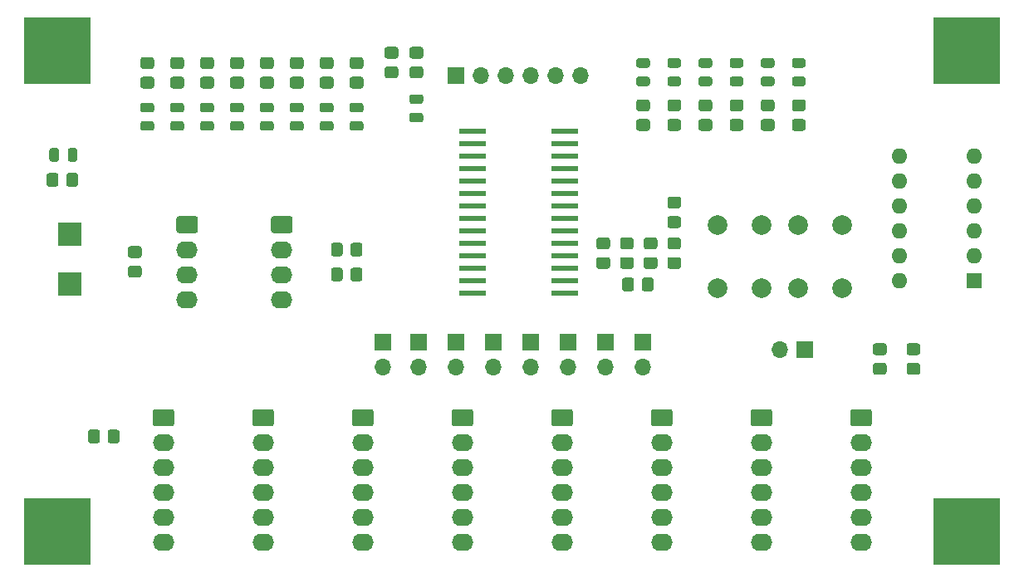
<source format=gbr>
G04 #@! TF.GenerationSoftware,KiCad,Pcbnew,(5.1.9)-1*
G04 #@! TF.CreationDate,2022-03-14T10:23:35-06:00*
G04 #@! TF.ProjectId,SensorBoard,53656e73-6f72-4426-9f61-72642e6b6963,rev?*
G04 #@! TF.SameCoordinates,Original*
G04 #@! TF.FileFunction,Soldermask,Top*
G04 #@! TF.FilePolarity,Negative*
%FSLAX46Y46*%
G04 Gerber Fmt 4.6, Leading zero omitted, Abs format (unit mm)*
G04 Created by KiCad (PCBNEW (5.1.9)-1) date 2022-03-14 10:23:35*
%MOMM*%
%LPD*%
G01*
G04 APERTURE LIST*
%ADD10R,2.794000X0.600000*%
%ADD11O,2.190000X1.740000*%
%ADD12R,2.413000X2.413000*%
%ADD13R,6.756400X6.756400*%
%ADD14R,1.700000X1.700000*%
%ADD15O,1.700000X1.700000*%
%ADD16R,1.600000X1.600000*%
%ADD17O,1.600000X1.600000*%
%ADD18C,2.000000*%
G04 APERTURE END LIST*
G04 #@! TO.C,R24*
G36*
G01*
X152746000Y-113595999D02*
X152746000Y-114496001D01*
G75*
G02*
X152496001Y-114746000I-249999J0D01*
G01*
X151795999Y-114746000D01*
G75*
G02*
X151546000Y-114496001I0J249999D01*
G01*
X151546000Y-113595999D01*
G75*
G02*
X151795999Y-113346000I249999J0D01*
G01*
X152496001Y-113346000D01*
G75*
G02*
X152746000Y-113595999I0J-249999D01*
G01*
G37*
G36*
G01*
X154746000Y-113595999D02*
X154746000Y-114496001D01*
G75*
G02*
X154496001Y-114746000I-249999J0D01*
G01*
X153795999Y-114746000D01*
G75*
G02*
X153546000Y-114496001I0J249999D01*
G01*
X153546000Y-113595999D01*
G75*
G02*
X153795999Y-113346000I249999J0D01*
G01*
X154496001Y-113346000D01*
G75*
G02*
X154746000Y-113595999I0J-249999D01*
G01*
G37*
G04 #@! TD*
G04 #@! TO.C,C5*
G36*
G01*
X152469001Y-110455000D02*
X151568999Y-110455000D01*
G75*
G02*
X151319000Y-110205001I0J249999D01*
G01*
X151319000Y-109504999D01*
G75*
G02*
X151568999Y-109255000I249999J0D01*
G01*
X152469001Y-109255000D01*
G75*
G02*
X152719000Y-109504999I0J-249999D01*
G01*
X152719000Y-110205001D01*
G75*
G02*
X152469001Y-110455000I-249999J0D01*
G01*
G37*
G36*
G01*
X152469001Y-112455000D02*
X151568999Y-112455000D01*
G75*
G02*
X151319000Y-112205001I0J249999D01*
G01*
X151319000Y-111504999D01*
G75*
G02*
X151568999Y-111255000I249999J0D01*
G01*
X152469001Y-111255000D01*
G75*
G02*
X152719000Y-111504999I0J-249999D01*
G01*
X152719000Y-112205001D01*
G75*
G02*
X152469001Y-112455000I-249999J0D01*
G01*
G37*
G04 #@! TD*
D10*
G04 #@! TO.C,U1*
X136270000Y-114935000D03*
X145670000Y-114935000D03*
X136270000Y-113665000D03*
X145670000Y-113665000D03*
X136270000Y-112395000D03*
X145670000Y-112395000D03*
X136270000Y-111125000D03*
X145670000Y-111125000D03*
X136270000Y-109855000D03*
X145670000Y-109855000D03*
X136270000Y-108585000D03*
X145670000Y-108585000D03*
X136270000Y-107315000D03*
X145670000Y-107315000D03*
X136270000Y-106045000D03*
X145670000Y-106045000D03*
X136270000Y-104775000D03*
X145670000Y-104775000D03*
X136270000Y-103505000D03*
X145670000Y-103505000D03*
X136270000Y-102235000D03*
X145670000Y-102235000D03*
X136270000Y-100965000D03*
X145670000Y-100965000D03*
X136270000Y-99695000D03*
X145670000Y-99695000D03*
X136270000Y-98425000D03*
X145670000Y-98425000D03*
G04 #@! TD*
D11*
G04 #@! TO.C,J11*
X165735000Y-140335000D03*
X165735000Y-137795000D03*
X165735000Y-135255000D03*
X165735000Y-132715000D03*
X165735000Y-130175000D03*
G36*
G01*
X164889999Y-126765000D02*
X166580001Y-126765000D01*
G75*
G02*
X166830000Y-127014999I0J-249999D01*
G01*
X166830000Y-128255001D01*
G75*
G02*
X166580001Y-128505000I-249999J0D01*
G01*
X164889999Y-128505000D01*
G75*
G02*
X164640000Y-128255001I0J249999D01*
G01*
X164640000Y-127014999D01*
G75*
G02*
X164889999Y-126765000I249999J0D01*
G01*
G37*
G04 #@! TD*
G04 #@! TO.C,J12*
X175895000Y-140335000D03*
X175895000Y-137795000D03*
X175895000Y-135255000D03*
X175895000Y-132715000D03*
X175895000Y-130175000D03*
G36*
G01*
X175049999Y-126765000D02*
X176740001Y-126765000D01*
G75*
G02*
X176990000Y-127014999I0J-249999D01*
G01*
X176990000Y-128255001D01*
G75*
G02*
X176740001Y-128505000I-249999J0D01*
G01*
X175049999Y-128505000D01*
G75*
G02*
X174800000Y-128255001I0J249999D01*
G01*
X174800000Y-127014999D01*
G75*
G02*
X175049999Y-126765000I249999J0D01*
G01*
G37*
G04 #@! TD*
G04 #@! TO.C,J10*
X155575000Y-140335000D03*
X155575000Y-137795000D03*
X155575000Y-135255000D03*
X155575000Y-132715000D03*
X155575000Y-130175000D03*
G36*
G01*
X154729999Y-126765000D02*
X156420001Y-126765000D01*
G75*
G02*
X156670000Y-127014999I0J-249999D01*
G01*
X156670000Y-128255001D01*
G75*
G02*
X156420001Y-128505000I-249999J0D01*
G01*
X154729999Y-128505000D01*
G75*
G02*
X154480000Y-128255001I0J249999D01*
G01*
X154480000Y-127014999D01*
G75*
G02*
X154729999Y-126765000I249999J0D01*
G01*
G37*
G04 #@! TD*
G04 #@! TO.C,J9*
X145415000Y-140335000D03*
X145415000Y-137795000D03*
X145415000Y-135255000D03*
X145415000Y-132715000D03*
X145415000Y-130175000D03*
G36*
G01*
X144569999Y-126765000D02*
X146260001Y-126765000D01*
G75*
G02*
X146510000Y-127014999I0J-249999D01*
G01*
X146510000Y-128255001D01*
G75*
G02*
X146260001Y-128505000I-249999J0D01*
G01*
X144569999Y-128505000D01*
G75*
G02*
X144320000Y-128255001I0J249999D01*
G01*
X144320000Y-127014999D01*
G75*
G02*
X144569999Y-126765000I249999J0D01*
G01*
G37*
G04 #@! TD*
G04 #@! TO.C,J8*
X135255000Y-140335000D03*
X135255000Y-137795000D03*
X135255000Y-135255000D03*
X135255000Y-132715000D03*
X135255000Y-130175000D03*
G36*
G01*
X134409999Y-126765000D02*
X136100001Y-126765000D01*
G75*
G02*
X136350000Y-127014999I0J-249999D01*
G01*
X136350000Y-128255001D01*
G75*
G02*
X136100001Y-128505000I-249999J0D01*
G01*
X134409999Y-128505000D01*
G75*
G02*
X134160000Y-128255001I0J249999D01*
G01*
X134160000Y-127014999D01*
G75*
G02*
X134409999Y-126765000I249999J0D01*
G01*
G37*
G04 #@! TD*
G04 #@! TO.C,J7*
X125095000Y-140335000D03*
X125095000Y-137795000D03*
X125095000Y-135255000D03*
X125095000Y-132715000D03*
X125095000Y-130175000D03*
G36*
G01*
X124249999Y-126765000D02*
X125940001Y-126765000D01*
G75*
G02*
X126190000Y-127014999I0J-249999D01*
G01*
X126190000Y-128255001D01*
G75*
G02*
X125940001Y-128505000I-249999J0D01*
G01*
X124249999Y-128505000D01*
G75*
G02*
X124000000Y-128255001I0J249999D01*
G01*
X124000000Y-127014999D01*
G75*
G02*
X124249999Y-126765000I249999J0D01*
G01*
G37*
G04 #@! TD*
G04 #@! TO.C,J6*
X114935000Y-140335000D03*
X114935000Y-137795000D03*
X114935000Y-135255000D03*
X114935000Y-132715000D03*
X114935000Y-130175000D03*
G36*
G01*
X114089999Y-126765000D02*
X115780001Y-126765000D01*
G75*
G02*
X116030000Y-127014999I0J-249999D01*
G01*
X116030000Y-128255001D01*
G75*
G02*
X115780001Y-128505000I-249999J0D01*
G01*
X114089999Y-128505000D01*
G75*
G02*
X113840000Y-128255001I0J249999D01*
G01*
X113840000Y-127014999D01*
G75*
G02*
X114089999Y-126765000I249999J0D01*
G01*
G37*
G04 #@! TD*
G04 #@! TO.C,J5*
X104775000Y-140335000D03*
X104775000Y-137795000D03*
X104775000Y-135255000D03*
X104775000Y-132715000D03*
X104775000Y-130175000D03*
G36*
G01*
X103929999Y-126765000D02*
X105620001Y-126765000D01*
G75*
G02*
X105870000Y-127014999I0J-249999D01*
G01*
X105870000Y-128255001D01*
G75*
G02*
X105620001Y-128505000I-249999J0D01*
G01*
X103929999Y-128505000D01*
G75*
G02*
X103680000Y-128255001I0J249999D01*
G01*
X103680000Y-127014999D01*
G75*
G02*
X103929999Y-126765000I249999J0D01*
G01*
G37*
G04 #@! TD*
D12*
G04 #@! TO.C,J1*
X95250000Y-114000000D03*
X95250000Y-108920000D03*
G04 #@! TD*
G04 #@! TO.C,D1*
G36*
G01*
X95016500Y-101294250D02*
X95016500Y-100381750D01*
G75*
G02*
X95260250Y-100138000I243750J0D01*
G01*
X95747750Y-100138000D01*
G75*
G02*
X95991500Y-100381750I0J-243750D01*
G01*
X95991500Y-101294250D01*
G75*
G02*
X95747750Y-101538000I-243750J0D01*
G01*
X95260250Y-101538000D01*
G75*
G02*
X95016500Y-101294250I0J243750D01*
G01*
G37*
G36*
G01*
X93141500Y-101294250D02*
X93141500Y-100381750D01*
G75*
G02*
X93385250Y-100138000I243750J0D01*
G01*
X93872750Y-100138000D01*
G75*
G02*
X94116500Y-100381750I0J-243750D01*
G01*
X94116500Y-101294250D01*
G75*
G02*
X93872750Y-101538000I-243750J0D01*
G01*
X93385250Y-101538000D01*
G75*
G02*
X93141500Y-101294250I0J243750D01*
G01*
G37*
G04 #@! TD*
G04 #@! TO.C,C2*
G36*
G01*
X156394999Y-107096000D02*
X157295001Y-107096000D01*
G75*
G02*
X157545000Y-107345999I0J-249999D01*
G01*
X157545000Y-108046001D01*
G75*
G02*
X157295001Y-108296000I-249999J0D01*
G01*
X156394999Y-108296000D01*
G75*
G02*
X156145000Y-108046001I0J249999D01*
G01*
X156145000Y-107345999D01*
G75*
G02*
X156394999Y-107096000I249999J0D01*
G01*
G37*
G36*
G01*
X156394999Y-105096000D02*
X157295001Y-105096000D01*
G75*
G02*
X157545000Y-105345999I0J-249999D01*
G01*
X157545000Y-106046001D01*
G75*
G02*
X157295001Y-106296000I-249999J0D01*
G01*
X156394999Y-106296000D01*
G75*
G02*
X156145000Y-106046001I0J249999D01*
G01*
X156145000Y-105345999D01*
G75*
G02*
X156394999Y-105096000I249999J0D01*
G01*
G37*
G04 #@! TD*
D13*
G04 #@! TO.C,REF\u002A\u002A*
X186690000Y-139192000D03*
G04 #@! TD*
G04 #@! TO.C,REF\u002A\u002A*
X93980000Y-139192000D03*
G04 #@! TD*
G04 #@! TO.C,REF\u002A\u002A*
X93980000Y-90170000D03*
G04 #@! TD*
G04 #@! TO.C,REF\u002A\u002A*
X186690000Y-90170000D03*
G04 #@! TD*
G04 #@! TO.C,C1*
G36*
G01*
X101403999Y-112144000D02*
X102304001Y-112144000D01*
G75*
G02*
X102554000Y-112393999I0J-249999D01*
G01*
X102554000Y-113094001D01*
G75*
G02*
X102304001Y-113344000I-249999J0D01*
G01*
X101403999Y-113344000D01*
G75*
G02*
X101154000Y-113094001I0J249999D01*
G01*
X101154000Y-112393999D01*
G75*
G02*
X101403999Y-112144000I249999J0D01*
G01*
G37*
G36*
G01*
X101403999Y-110144000D02*
X102304001Y-110144000D01*
G75*
G02*
X102554000Y-110393999I0J-249999D01*
G01*
X102554000Y-111094001D01*
G75*
G02*
X102304001Y-111344000I-249999J0D01*
G01*
X101403999Y-111344000D01*
G75*
G02*
X101154000Y-111094001I0J249999D01*
G01*
X101154000Y-110393999D01*
G75*
G02*
X101403999Y-110144000I249999J0D01*
G01*
G37*
G04 #@! TD*
G04 #@! TO.C,C3*
G36*
G01*
X128466001Y-91024000D02*
X127565999Y-91024000D01*
G75*
G02*
X127316000Y-90774001I0J249999D01*
G01*
X127316000Y-90073999D01*
G75*
G02*
X127565999Y-89824000I249999J0D01*
G01*
X128466001Y-89824000D01*
G75*
G02*
X128716000Y-90073999I0J-249999D01*
G01*
X128716000Y-90774001D01*
G75*
G02*
X128466001Y-91024000I-249999J0D01*
G01*
G37*
G36*
G01*
X128466001Y-93024000D02*
X127565999Y-93024000D01*
G75*
G02*
X127316000Y-92774001I0J249999D01*
G01*
X127316000Y-92073999D01*
G75*
G02*
X127565999Y-91824000I249999J0D01*
G01*
X128466001Y-91824000D01*
G75*
G02*
X128716000Y-92073999I0J-249999D01*
G01*
X128716000Y-92774001D01*
G75*
G02*
X128466001Y-93024000I-249999J0D01*
G01*
G37*
G04 #@! TD*
G04 #@! TO.C,C4*
G36*
G01*
X100295000Y-129089999D02*
X100295000Y-129990001D01*
G75*
G02*
X100045001Y-130240000I-249999J0D01*
G01*
X99344999Y-130240000D01*
G75*
G02*
X99095000Y-129990001I0J249999D01*
G01*
X99095000Y-129089999D01*
G75*
G02*
X99344999Y-128840000I249999J0D01*
G01*
X100045001Y-128840000D01*
G75*
G02*
X100295000Y-129089999I0J-249999D01*
G01*
G37*
G36*
G01*
X98295000Y-129089999D02*
X98295000Y-129990001D01*
G75*
G02*
X98045001Y-130240000I-249999J0D01*
G01*
X97344999Y-130240000D01*
G75*
G02*
X97095000Y-129990001I0J249999D01*
G01*
X97095000Y-129089999D01*
G75*
G02*
X97344999Y-128840000I249999J0D01*
G01*
X98045001Y-128840000D01*
G75*
G02*
X98295000Y-129089999I0J-249999D01*
G01*
G37*
G04 #@! TD*
G04 #@! TO.C,D2*
G36*
G01*
X170001250Y-93832500D02*
X169088750Y-93832500D01*
G75*
G02*
X168845000Y-93588750I0J243750D01*
G01*
X168845000Y-93101250D01*
G75*
G02*
X169088750Y-92857500I243750J0D01*
G01*
X170001250Y-92857500D01*
G75*
G02*
X170245000Y-93101250I0J-243750D01*
G01*
X170245000Y-93588750D01*
G75*
G02*
X170001250Y-93832500I-243750J0D01*
G01*
G37*
G36*
G01*
X170001250Y-91957500D02*
X169088750Y-91957500D01*
G75*
G02*
X168845000Y-91713750I0J243750D01*
G01*
X168845000Y-91226250D01*
G75*
G02*
X169088750Y-90982500I243750J0D01*
G01*
X170001250Y-90982500D01*
G75*
G02*
X170245000Y-91226250I0J-243750D01*
G01*
X170245000Y-91713750D01*
G75*
G02*
X170001250Y-91957500I-243750J0D01*
G01*
G37*
G04 #@! TD*
G04 #@! TO.C,D3*
G36*
G01*
X166826250Y-93832500D02*
X165913750Y-93832500D01*
G75*
G02*
X165670000Y-93588750I0J243750D01*
G01*
X165670000Y-93101250D01*
G75*
G02*
X165913750Y-92857500I243750J0D01*
G01*
X166826250Y-92857500D01*
G75*
G02*
X167070000Y-93101250I0J-243750D01*
G01*
X167070000Y-93588750D01*
G75*
G02*
X166826250Y-93832500I-243750J0D01*
G01*
G37*
G36*
G01*
X166826250Y-91957500D02*
X165913750Y-91957500D01*
G75*
G02*
X165670000Y-91713750I0J243750D01*
G01*
X165670000Y-91226250D01*
G75*
G02*
X165913750Y-90982500I243750J0D01*
G01*
X166826250Y-90982500D01*
G75*
G02*
X167070000Y-91226250I0J-243750D01*
G01*
X167070000Y-91713750D01*
G75*
G02*
X166826250Y-91957500I-243750J0D01*
G01*
G37*
G04 #@! TD*
G04 #@! TO.C,D4*
G36*
G01*
X163651250Y-93832500D02*
X162738750Y-93832500D01*
G75*
G02*
X162495000Y-93588750I0J243750D01*
G01*
X162495000Y-93101250D01*
G75*
G02*
X162738750Y-92857500I243750J0D01*
G01*
X163651250Y-92857500D01*
G75*
G02*
X163895000Y-93101250I0J-243750D01*
G01*
X163895000Y-93588750D01*
G75*
G02*
X163651250Y-93832500I-243750J0D01*
G01*
G37*
G36*
G01*
X163651250Y-91957500D02*
X162738750Y-91957500D01*
G75*
G02*
X162495000Y-91713750I0J243750D01*
G01*
X162495000Y-91226250D01*
G75*
G02*
X162738750Y-90982500I243750J0D01*
G01*
X163651250Y-90982500D01*
G75*
G02*
X163895000Y-91226250I0J-243750D01*
G01*
X163895000Y-91713750D01*
G75*
G02*
X163651250Y-91957500I-243750J0D01*
G01*
G37*
G04 #@! TD*
G04 #@! TO.C,D5*
G36*
G01*
X160476250Y-91957500D02*
X159563750Y-91957500D01*
G75*
G02*
X159320000Y-91713750I0J243750D01*
G01*
X159320000Y-91226250D01*
G75*
G02*
X159563750Y-90982500I243750J0D01*
G01*
X160476250Y-90982500D01*
G75*
G02*
X160720000Y-91226250I0J-243750D01*
G01*
X160720000Y-91713750D01*
G75*
G02*
X160476250Y-91957500I-243750J0D01*
G01*
G37*
G36*
G01*
X160476250Y-93832500D02*
X159563750Y-93832500D01*
G75*
G02*
X159320000Y-93588750I0J243750D01*
G01*
X159320000Y-93101250D01*
G75*
G02*
X159563750Y-92857500I243750J0D01*
G01*
X160476250Y-92857500D01*
G75*
G02*
X160720000Y-93101250I0J-243750D01*
G01*
X160720000Y-93588750D01*
G75*
G02*
X160476250Y-93832500I-243750J0D01*
G01*
G37*
G04 #@! TD*
G04 #@! TO.C,D6*
G36*
G01*
X157301250Y-93832500D02*
X156388750Y-93832500D01*
G75*
G02*
X156145000Y-93588750I0J243750D01*
G01*
X156145000Y-93101250D01*
G75*
G02*
X156388750Y-92857500I243750J0D01*
G01*
X157301250Y-92857500D01*
G75*
G02*
X157545000Y-93101250I0J-243750D01*
G01*
X157545000Y-93588750D01*
G75*
G02*
X157301250Y-93832500I-243750J0D01*
G01*
G37*
G36*
G01*
X157301250Y-91957500D02*
X156388750Y-91957500D01*
G75*
G02*
X156145000Y-91713750I0J243750D01*
G01*
X156145000Y-91226250D01*
G75*
G02*
X156388750Y-90982500I243750J0D01*
G01*
X157301250Y-90982500D01*
G75*
G02*
X157545000Y-91226250I0J-243750D01*
G01*
X157545000Y-91713750D01*
G75*
G02*
X157301250Y-91957500I-243750J0D01*
G01*
G37*
G04 #@! TD*
G04 #@! TO.C,D7*
G36*
G01*
X154126250Y-91957500D02*
X153213750Y-91957500D01*
G75*
G02*
X152970000Y-91713750I0J243750D01*
G01*
X152970000Y-91226250D01*
G75*
G02*
X153213750Y-90982500I243750J0D01*
G01*
X154126250Y-90982500D01*
G75*
G02*
X154370000Y-91226250I0J-243750D01*
G01*
X154370000Y-91713750D01*
G75*
G02*
X154126250Y-91957500I-243750J0D01*
G01*
G37*
G36*
G01*
X154126250Y-93832500D02*
X153213750Y-93832500D01*
G75*
G02*
X152970000Y-93588750I0J243750D01*
G01*
X152970000Y-93101250D01*
G75*
G02*
X153213750Y-92857500I243750J0D01*
G01*
X154126250Y-92857500D01*
G75*
G02*
X154370000Y-93101250I0J-243750D01*
G01*
X154370000Y-93588750D01*
G75*
G02*
X154126250Y-93832500I-243750J0D01*
G01*
G37*
G04 #@! TD*
G04 #@! TO.C,D8*
G36*
G01*
X131012250Y-97515500D02*
X130099750Y-97515500D01*
G75*
G02*
X129856000Y-97271750I0J243750D01*
G01*
X129856000Y-96784250D01*
G75*
G02*
X130099750Y-96540500I243750J0D01*
G01*
X131012250Y-96540500D01*
G75*
G02*
X131256000Y-96784250I0J-243750D01*
G01*
X131256000Y-97271750D01*
G75*
G02*
X131012250Y-97515500I-243750J0D01*
G01*
G37*
G36*
G01*
X131012250Y-95640500D02*
X130099750Y-95640500D01*
G75*
G02*
X129856000Y-95396750I0J243750D01*
G01*
X129856000Y-94909250D01*
G75*
G02*
X130099750Y-94665500I243750J0D01*
G01*
X131012250Y-94665500D01*
G75*
G02*
X131256000Y-94909250I0J-243750D01*
G01*
X131256000Y-95396750D01*
G75*
G02*
X131012250Y-95640500I-243750J0D01*
G01*
G37*
G04 #@! TD*
G04 #@! TO.C,D9*
G36*
G01*
X124003750Y-95524500D02*
X124916250Y-95524500D01*
G75*
G02*
X125160000Y-95768250I0J-243750D01*
G01*
X125160000Y-96255750D01*
G75*
G02*
X124916250Y-96499500I-243750J0D01*
G01*
X124003750Y-96499500D01*
G75*
G02*
X123760000Y-96255750I0J243750D01*
G01*
X123760000Y-95768250D01*
G75*
G02*
X124003750Y-95524500I243750J0D01*
G01*
G37*
G36*
G01*
X124003750Y-97399500D02*
X124916250Y-97399500D01*
G75*
G02*
X125160000Y-97643250I0J-243750D01*
G01*
X125160000Y-98130750D01*
G75*
G02*
X124916250Y-98374500I-243750J0D01*
G01*
X124003750Y-98374500D01*
G75*
G02*
X123760000Y-98130750I0J243750D01*
G01*
X123760000Y-97643250D01*
G75*
G02*
X124003750Y-97399500I243750J0D01*
G01*
G37*
G04 #@! TD*
G04 #@! TO.C,D10*
G36*
G01*
X120955750Y-97399500D02*
X121868250Y-97399500D01*
G75*
G02*
X122112000Y-97643250I0J-243750D01*
G01*
X122112000Y-98130750D01*
G75*
G02*
X121868250Y-98374500I-243750J0D01*
G01*
X120955750Y-98374500D01*
G75*
G02*
X120712000Y-98130750I0J243750D01*
G01*
X120712000Y-97643250D01*
G75*
G02*
X120955750Y-97399500I243750J0D01*
G01*
G37*
G36*
G01*
X120955750Y-95524500D02*
X121868250Y-95524500D01*
G75*
G02*
X122112000Y-95768250I0J-243750D01*
G01*
X122112000Y-96255750D01*
G75*
G02*
X121868250Y-96499500I-243750J0D01*
G01*
X120955750Y-96499500D01*
G75*
G02*
X120712000Y-96255750I0J243750D01*
G01*
X120712000Y-95768250D01*
G75*
G02*
X120955750Y-95524500I243750J0D01*
G01*
G37*
G04 #@! TD*
G04 #@! TO.C,D11*
G36*
G01*
X117907750Y-95524500D02*
X118820250Y-95524500D01*
G75*
G02*
X119064000Y-95768250I0J-243750D01*
G01*
X119064000Y-96255750D01*
G75*
G02*
X118820250Y-96499500I-243750J0D01*
G01*
X117907750Y-96499500D01*
G75*
G02*
X117664000Y-96255750I0J243750D01*
G01*
X117664000Y-95768250D01*
G75*
G02*
X117907750Y-95524500I243750J0D01*
G01*
G37*
G36*
G01*
X117907750Y-97399500D02*
X118820250Y-97399500D01*
G75*
G02*
X119064000Y-97643250I0J-243750D01*
G01*
X119064000Y-98130750D01*
G75*
G02*
X118820250Y-98374500I-243750J0D01*
G01*
X117907750Y-98374500D01*
G75*
G02*
X117664000Y-98130750I0J243750D01*
G01*
X117664000Y-97643250D01*
G75*
G02*
X117907750Y-97399500I243750J0D01*
G01*
G37*
G04 #@! TD*
G04 #@! TO.C,D12*
G36*
G01*
X114859750Y-97399500D02*
X115772250Y-97399500D01*
G75*
G02*
X116016000Y-97643250I0J-243750D01*
G01*
X116016000Y-98130750D01*
G75*
G02*
X115772250Y-98374500I-243750J0D01*
G01*
X114859750Y-98374500D01*
G75*
G02*
X114616000Y-98130750I0J243750D01*
G01*
X114616000Y-97643250D01*
G75*
G02*
X114859750Y-97399500I243750J0D01*
G01*
G37*
G36*
G01*
X114859750Y-95524500D02*
X115772250Y-95524500D01*
G75*
G02*
X116016000Y-95768250I0J-243750D01*
G01*
X116016000Y-96255750D01*
G75*
G02*
X115772250Y-96499500I-243750J0D01*
G01*
X114859750Y-96499500D01*
G75*
G02*
X114616000Y-96255750I0J243750D01*
G01*
X114616000Y-95768250D01*
G75*
G02*
X114859750Y-95524500I243750J0D01*
G01*
G37*
G04 #@! TD*
G04 #@! TO.C,D13*
G36*
G01*
X111811750Y-97399500D02*
X112724250Y-97399500D01*
G75*
G02*
X112968000Y-97643250I0J-243750D01*
G01*
X112968000Y-98130750D01*
G75*
G02*
X112724250Y-98374500I-243750J0D01*
G01*
X111811750Y-98374500D01*
G75*
G02*
X111568000Y-98130750I0J243750D01*
G01*
X111568000Y-97643250D01*
G75*
G02*
X111811750Y-97399500I243750J0D01*
G01*
G37*
G36*
G01*
X111811750Y-95524500D02*
X112724250Y-95524500D01*
G75*
G02*
X112968000Y-95768250I0J-243750D01*
G01*
X112968000Y-96255750D01*
G75*
G02*
X112724250Y-96499500I-243750J0D01*
G01*
X111811750Y-96499500D01*
G75*
G02*
X111568000Y-96255750I0J243750D01*
G01*
X111568000Y-95768250D01*
G75*
G02*
X111811750Y-95524500I243750J0D01*
G01*
G37*
G04 #@! TD*
G04 #@! TO.C,D14*
G36*
G01*
X108763750Y-97399500D02*
X109676250Y-97399500D01*
G75*
G02*
X109920000Y-97643250I0J-243750D01*
G01*
X109920000Y-98130750D01*
G75*
G02*
X109676250Y-98374500I-243750J0D01*
G01*
X108763750Y-98374500D01*
G75*
G02*
X108520000Y-98130750I0J243750D01*
G01*
X108520000Y-97643250D01*
G75*
G02*
X108763750Y-97399500I243750J0D01*
G01*
G37*
G36*
G01*
X108763750Y-95524500D02*
X109676250Y-95524500D01*
G75*
G02*
X109920000Y-95768250I0J-243750D01*
G01*
X109920000Y-96255750D01*
G75*
G02*
X109676250Y-96499500I-243750J0D01*
G01*
X108763750Y-96499500D01*
G75*
G02*
X108520000Y-96255750I0J243750D01*
G01*
X108520000Y-95768250D01*
G75*
G02*
X108763750Y-95524500I243750J0D01*
G01*
G37*
G04 #@! TD*
G04 #@! TO.C,D15*
G36*
G01*
X105715750Y-97399500D02*
X106628250Y-97399500D01*
G75*
G02*
X106872000Y-97643250I0J-243750D01*
G01*
X106872000Y-98130750D01*
G75*
G02*
X106628250Y-98374500I-243750J0D01*
G01*
X105715750Y-98374500D01*
G75*
G02*
X105472000Y-98130750I0J243750D01*
G01*
X105472000Y-97643250D01*
G75*
G02*
X105715750Y-97399500I243750J0D01*
G01*
G37*
G36*
G01*
X105715750Y-95524500D02*
X106628250Y-95524500D01*
G75*
G02*
X106872000Y-95768250I0J-243750D01*
G01*
X106872000Y-96255750D01*
G75*
G02*
X106628250Y-96499500I-243750J0D01*
G01*
X105715750Y-96499500D01*
G75*
G02*
X105472000Y-96255750I0J243750D01*
G01*
X105472000Y-95768250D01*
G75*
G02*
X105715750Y-95524500I243750J0D01*
G01*
G37*
G04 #@! TD*
G04 #@! TO.C,D16*
G36*
G01*
X102667750Y-95524500D02*
X103580250Y-95524500D01*
G75*
G02*
X103824000Y-95768250I0J-243750D01*
G01*
X103824000Y-96255750D01*
G75*
G02*
X103580250Y-96499500I-243750J0D01*
G01*
X102667750Y-96499500D01*
G75*
G02*
X102424000Y-96255750I0J243750D01*
G01*
X102424000Y-95768250D01*
G75*
G02*
X102667750Y-95524500I243750J0D01*
G01*
G37*
G36*
G01*
X102667750Y-97399500D02*
X103580250Y-97399500D01*
G75*
G02*
X103824000Y-97643250I0J-243750D01*
G01*
X103824000Y-98130750D01*
G75*
G02*
X103580250Y-98374500I-243750J0D01*
G01*
X102667750Y-98374500D01*
G75*
G02*
X102424000Y-98130750I0J243750D01*
G01*
X102424000Y-97643250D01*
G75*
G02*
X102667750Y-97399500I243750J0D01*
G01*
G37*
G04 #@! TD*
D11*
G04 #@! TO.C,J2*
X107188000Y-115570000D03*
X107188000Y-113030000D03*
X107188000Y-110490000D03*
G36*
G01*
X106342999Y-107080000D02*
X108033001Y-107080000D01*
G75*
G02*
X108283000Y-107329999I0J-249999D01*
G01*
X108283000Y-108570001D01*
G75*
G02*
X108033001Y-108820000I-249999J0D01*
G01*
X106342999Y-108820000D01*
G75*
G02*
X106093000Y-108570001I0J249999D01*
G01*
X106093000Y-107329999D01*
G75*
G02*
X106342999Y-107080000I249999J0D01*
G01*
G37*
G04 #@! TD*
D14*
G04 #@! TO.C,J3*
X134620000Y-92710000D03*
D15*
X137160000Y-92710000D03*
X139700000Y-92710000D03*
X142240000Y-92710000D03*
X144780000Y-92710000D03*
X147320000Y-92710000D03*
G04 #@! TD*
G04 #@! TO.C,J4*
G36*
G01*
X115994999Y-107080000D02*
X117685001Y-107080000D01*
G75*
G02*
X117935000Y-107329999I0J-249999D01*
G01*
X117935000Y-108570001D01*
G75*
G02*
X117685001Y-108820000I-249999J0D01*
G01*
X115994999Y-108820000D01*
G75*
G02*
X115745000Y-108570001I0J249999D01*
G01*
X115745000Y-107329999D01*
G75*
G02*
X115994999Y-107080000I249999J0D01*
G01*
G37*
D11*
X116840000Y-110490000D03*
X116840000Y-113030000D03*
X116840000Y-115570000D03*
G04 #@! TD*
D14*
G04 #@! TO.C,JP1*
X170180000Y-120650000D03*
D15*
X167640000Y-120650000D03*
G04 #@! TD*
D14*
G04 #@! TO.C,JP2*
X127127000Y-119888000D03*
D15*
X127127000Y-122428000D03*
G04 #@! TD*
G04 #@! TO.C,JP3*
X130810000Y-122428000D03*
D14*
X130810000Y-119888000D03*
G04 #@! TD*
G04 #@! TO.C,JP4*
X134620000Y-119888000D03*
D15*
X134620000Y-122428000D03*
G04 #@! TD*
D14*
G04 #@! TO.C,JP5*
X138430000Y-119888000D03*
D15*
X138430000Y-122428000D03*
G04 #@! TD*
G04 #@! TO.C,JP6*
X142240000Y-122428000D03*
D14*
X142240000Y-119888000D03*
G04 #@! TD*
D15*
G04 #@! TO.C,JP7*
X146050000Y-122428000D03*
D14*
X146050000Y-119888000D03*
G04 #@! TD*
D15*
G04 #@! TO.C,JP8*
X149860000Y-122428000D03*
D14*
X149860000Y-119888000D03*
G04 #@! TD*
D15*
G04 #@! TO.C,JP9*
X153670000Y-122428000D03*
D14*
X153670000Y-119888000D03*
G04 #@! TD*
G04 #@! TO.C,R1*
G36*
G01*
X92872000Y-103828001D02*
X92872000Y-102927999D01*
G75*
G02*
X93121999Y-102678000I249999J0D01*
G01*
X93822001Y-102678000D01*
G75*
G02*
X94072000Y-102927999I0J-249999D01*
G01*
X94072000Y-103828001D01*
G75*
G02*
X93822001Y-104078000I-249999J0D01*
G01*
X93121999Y-104078000D01*
G75*
G02*
X92872000Y-103828001I0J249999D01*
G01*
G37*
G36*
G01*
X94872000Y-103828001D02*
X94872000Y-102927999D01*
G75*
G02*
X95121999Y-102678000I249999J0D01*
G01*
X95822001Y-102678000D01*
G75*
G02*
X96072000Y-102927999I0J-249999D01*
G01*
X96072000Y-103828001D01*
G75*
G02*
X95822001Y-104078000I-249999J0D01*
G01*
X95121999Y-104078000D01*
G75*
G02*
X94872000Y-103828001I0J249999D01*
G01*
G37*
G04 #@! TD*
G04 #@! TO.C,R2*
G36*
G01*
X130105999Y-89824000D02*
X131006001Y-89824000D01*
G75*
G02*
X131256000Y-90073999I0J-249999D01*
G01*
X131256000Y-90774001D01*
G75*
G02*
X131006001Y-91024000I-249999J0D01*
G01*
X130105999Y-91024000D01*
G75*
G02*
X129856000Y-90774001I0J249999D01*
G01*
X129856000Y-90073999D01*
G75*
G02*
X130105999Y-89824000I249999J0D01*
G01*
G37*
G36*
G01*
X130105999Y-91824000D02*
X131006001Y-91824000D01*
G75*
G02*
X131256000Y-92073999I0J-249999D01*
G01*
X131256000Y-92774001D01*
G75*
G02*
X131006001Y-93024000I-249999J0D01*
G01*
X130105999Y-93024000D01*
G75*
G02*
X129856000Y-92774001I0J249999D01*
G01*
X129856000Y-92073999D01*
G75*
G02*
X130105999Y-91824000I249999J0D01*
G01*
G37*
G04 #@! TD*
G04 #@! TO.C,R3*
G36*
G01*
X125060000Y-110039999D02*
X125060000Y-110940001D01*
G75*
G02*
X124810001Y-111190000I-249999J0D01*
G01*
X124109999Y-111190000D01*
G75*
G02*
X123860000Y-110940001I0J249999D01*
G01*
X123860000Y-110039999D01*
G75*
G02*
X124109999Y-109790000I249999J0D01*
G01*
X124810001Y-109790000D01*
G75*
G02*
X125060000Y-110039999I0J-249999D01*
G01*
G37*
G36*
G01*
X123060000Y-110039999D02*
X123060000Y-110940001D01*
G75*
G02*
X122810001Y-111190000I-249999J0D01*
G01*
X122109999Y-111190000D01*
G75*
G02*
X121860000Y-110940001I0J249999D01*
G01*
X121860000Y-110039999D01*
G75*
G02*
X122109999Y-109790000I249999J0D01*
G01*
X122810001Y-109790000D01*
G75*
G02*
X123060000Y-110039999I0J-249999D01*
G01*
G37*
G04 #@! TD*
G04 #@! TO.C,R4*
G36*
G01*
X123060000Y-112579999D02*
X123060000Y-113480001D01*
G75*
G02*
X122810001Y-113730000I-249999J0D01*
G01*
X122109999Y-113730000D01*
G75*
G02*
X121860000Y-113480001I0J249999D01*
G01*
X121860000Y-112579999D01*
G75*
G02*
X122109999Y-112330000I249999J0D01*
G01*
X122810001Y-112330000D01*
G75*
G02*
X123060000Y-112579999I0J-249999D01*
G01*
G37*
G36*
G01*
X125060000Y-112579999D02*
X125060000Y-113480001D01*
G75*
G02*
X124810001Y-113730000I-249999J0D01*
G01*
X124109999Y-113730000D01*
G75*
G02*
X123860000Y-113480001I0J249999D01*
G01*
X123860000Y-112579999D01*
G75*
G02*
X124109999Y-112330000I249999J0D01*
G01*
X124810001Y-112330000D01*
G75*
G02*
X125060000Y-112579999I0J-249999D01*
G01*
G37*
G04 #@! TD*
G04 #@! TO.C,R5*
G36*
G01*
X169094999Y-95190000D02*
X169995001Y-95190000D01*
G75*
G02*
X170245000Y-95439999I0J-249999D01*
G01*
X170245000Y-96140001D01*
G75*
G02*
X169995001Y-96390000I-249999J0D01*
G01*
X169094999Y-96390000D01*
G75*
G02*
X168845000Y-96140001I0J249999D01*
G01*
X168845000Y-95439999D01*
G75*
G02*
X169094999Y-95190000I249999J0D01*
G01*
G37*
G36*
G01*
X169094999Y-97190000D02*
X169995001Y-97190000D01*
G75*
G02*
X170245000Y-97439999I0J-249999D01*
G01*
X170245000Y-98140001D01*
G75*
G02*
X169995001Y-98390000I-249999J0D01*
G01*
X169094999Y-98390000D01*
G75*
G02*
X168845000Y-98140001I0J249999D01*
G01*
X168845000Y-97439999D01*
G75*
G02*
X169094999Y-97190000I249999J0D01*
G01*
G37*
G04 #@! TD*
G04 #@! TO.C,R6*
G36*
G01*
X165919999Y-97190000D02*
X166820001Y-97190000D01*
G75*
G02*
X167070000Y-97439999I0J-249999D01*
G01*
X167070000Y-98140001D01*
G75*
G02*
X166820001Y-98390000I-249999J0D01*
G01*
X165919999Y-98390000D01*
G75*
G02*
X165670000Y-98140001I0J249999D01*
G01*
X165670000Y-97439999D01*
G75*
G02*
X165919999Y-97190000I249999J0D01*
G01*
G37*
G36*
G01*
X165919999Y-95190000D02*
X166820001Y-95190000D01*
G75*
G02*
X167070000Y-95439999I0J-249999D01*
G01*
X167070000Y-96140001D01*
G75*
G02*
X166820001Y-96390000I-249999J0D01*
G01*
X165919999Y-96390000D01*
G75*
G02*
X165670000Y-96140001I0J249999D01*
G01*
X165670000Y-95439999D01*
G75*
G02*
X165919999Y-95190000I249999J0D01*
G01*
G37*
G04 #@! TD*
G04 #@! TO.C,R7*
G36*
G01*
X162744999Y-95190000D02*
X163645001Y-95190000D01*
G75*
G02*
X163895000Y-95439999I0J-249999D01*
G01*
X163895000Y-96140001D01*
G75*
G02*
X163645001Y-96390000I-249999J0D01*
G01*
X162744999Y-96390000D01*
G75*
G02*
X162495000Y-96140001I0J249999D01*
G01*
X162495000Y-95439999D01*
G75*
G02*
X162744999Y-95190000I249999J0D01*
G01*
G37*
G36*
G01*
X162744999Y-97190000D02*
X163645001Y-97190000D01*
G75*
G02*
X163895000Y-97439999I0J-249999D01*
G01*
X163895000Y-98140001D01*
G75*
G02*
X163645001Y-98390000I-249999J0D01*
G01*
X162744999Y-98390000D01*
G75*
G02*
X162495000Y-98140001I0J249999D01*
G01*
X162495000Y-97439999D01*
G75*
G02*
X162744999Y-97190000I249999J0D01*
G01*
G37*
G04 #@! TD*
G04 #@! TO.C,R8*
G36*
G01*
X159569999Y-97190000D02*
X160470001Y-97190000D01*
G75*
G02*
X160720000Y-97439999I0J-249999D01*
G01*
X160720000Y-98140001D01*
G75*
G02*
X160470001Y-98390000I-249999J0D01*
G01*
X159569999Y-98390000D01*
G75*
G02*
X159320000Y-98140001I0J249999D01*
G01*
X159320000Y-97439999D01*
G75*
G02*
X159569999Y-97190000I249999J0D01*
G01*
G37*
G36*
G01*
X159569999Y-95190000D02*
X160470001Y-95190000D01*
G75*
G02*
X160720000Y-95439999I0J-249999D01*
G01*
X160720000Y-96140001D01*
G75*
G02*
X160470001Y-96390000I-249999J0D01*
G01*
X159569999Y-96390000D01*
G75*
G02*
X159320000Y-96140001I0J249999D01*
G01*
X159320000Y-95439999D01*
G75*
G02*
X159569999Y-95190000I249999J0D01*
G01*
G37*
G04 #@! TD*
G04 #@! TO.C,R9*
G36*
G01*
X156394999Y-95190000D02*
X157295001Y-95190000D01*
G75*
G02*
X157545000Y-95439999I0J-249999D01*
G01*
X157545000Y-96140001D01*
G75*
G02*
X157295001Y-96390000I-249999J0D01*
G01*
X156394999Y-96390000D01*
G75*
G02*
X156145000Y-96140001I0J249999D01*
G01*
X156145000Y-95439999D01*
G75*
G02*
X156394999Y-95190000I249999J0D01*
G01*
G37*
G36*
G01*
X156394999Y-97190000D02*
X157295001Y-97190000D01*
G75*
G02*
X157545000Y-97439999I0J-249999D01*
G01*
X157545000Y-98140001D01*
G75*
G02*
X157295001Y-98390000I-249999J0D01*
G01*
X156394999Y-98390000D01*
G75*
G02*
X156145000Y-98140001I0J249999D01*
G01*
X156145000Y-97439999D01*
G75*
G02*
X156394999Y-97190000I249999J0D01*
G01*
G37*
G04 #@! TD*
G04 #@! TO.C,R10*
G36*
G01*
X153219999Y-97190000D02*
X154120001Y-97190000D01*
G75*
G02*
X154370000Y-97439999I0J-249999D01*
G01*
X154370000Y-98140001D01*
G75*
G02*
X154120001Y-98390000I-249999J0D01*
G01*
X153219999Y-98390000D01*
G75*
G02*
X152970000Y-98140001I0J249999D01*
G01*
X152970000Y-97439999D01*
G75*
G02*
X153219999Y-97190000I249999J0D01*
G01*
G37*
G36*
G01*
X153219999Y-95190000D02*
X154120001Y-95190000D01*
G75*
G02*
X154370000Y-95439999I0J-249999D01*
G01*
X154370000Y-96140001D01*
G75*
G02*
X154120001Y-96390000I-249999J0D01*
G01*
X153219999Y-96390000D01*
G75*
G02*
X152970000Y-96140001I0J249999D01*
G01*
X152970000Y-95439999D01*
G75*
G02*
X153219999Y-95190000I249999J0D01*
G01*
G37*
G04 #@! TD*
G04 #@! TO.C,R11*
G36*
G01*
X180778999Y-120050000D02*
X181679001Y-120050000D01*
G75*
G02*
X181929000Y-120299999I0J-249999D01*
G01*
X181929000Y-121000001D01*
G75*
G02*
X181679001Y-121250000I-249999J0D01*
G01*
X180778999Y-121250000D01*
G75*
G02*
X180529000Y-121000001I0J249999D01*
G01*
X180529000Y-120299999D01*
G75*
G02*
X180778999Y-120050000I249999J0D01*
G01*
G37*
G36*
G01*
X180778999Y-122050000D02*
X181679001Y-122050000D01*
G75*
G02*
X181929000Y-122299999I0J-249999D01*
G01*
X181929000Y-123000001D01*
G75*
G02*
X181679001Y-123250000I-249999J0D01*
G01*
X180778999Y-123250000D01*
G75*
G02*
X180529000Y-123000001I0J249999D01*
G01*
X180529000Y-122299999D01*
G75*
G02*
X180778999Y-122050000I249999J0D01*
G01*
G37*
G04 #@! TD*
G04 #@! TO.C,R12*
G36*
G01*
X177349999Y-122050000D02*
X178250001Y-122050000D01*
G75*
G02*
X178500000Y-122299999I0J-249999D01*
G01*
X178500000Y-123000001D01*
G75*
G02*
X178250001Y-123250000I-249999J0D01*
G01*
X177349999Y-123250000D01*
G75*
G02*
X177100000Y-123000001I0J249999D01*
G01*
X177100000Y-122299999D01*
G75*
G02*
X177349999Y-122050000I249999J0D01*
G01*
G37*
G36*
G01*
X177349999Y-120050000D02*
X178250001Y-120050000D01*
G75*
G02*
X178500000Y-120299999I0J-249999D01*
G01*
X178500000Y-121000001D01*
G75*
G02*
X178250001Y-121250000I-249999J0D01*
G01*
X177349999Y-121250000D01*
G75*
G02*
X177100000Y-121000001I0J249999D01*
G01*
X177100000Y-120299999D01*
G75*
G02*
X177349999Y-120050000I249999J0D01*
G01*
G37*
G04 #@! TD*
G04 #@! TO.C,R13*
G36*
G01*
X157295001Y-112455000D02*
X156394999Y-112455000D01*
G75*
G02*
X156145000Y-112205001I0J249999D01*
G01*
X156145000Y-111504999D01*
G75*
G02*
X156394999Y-111255000I249999J0D01*
G01*
X157295001Y-111255000D01*
G75*
G02*
X157545000Y-111504999I0J-249999D01*
G01*
X157545000Y-112205001D01*
G75*
G02*
X157295001Y-112455000I-249999J0D01*
G01*
G37*
G36*
G01*
X157295001Y-110455000D02*
X156394999Y-110455000D01*
G75*
G02*
X156145000Y-110205001I0J249999D01*
G01*
X156145000Y-109504999D01*
G75*
G02*
X156394999Y-109255000I249999J0D01*
G01*
X157295001Y-109255000D01*
G75*
G02*
X157545000Y-109504999I0J-249999D01*
G01*
X157545000Y-110205001D01*
G75*
G02*
X157295001Y-110455000I-249999J0D01*
G01*
G37*
G04 #@! TD*
G04 #@! TO.C,R14*
G36*
G01*
X154882001Y-110455000D02*
X153981999Y-110455000D01*
G75*
G02*
X153732000Y-110205001I0J249999D01*
G01*
X153732000Y-109504999D01*
G75*
G02*
X153981999Y-109255000I249999J0D01*
G01*
X154882001Y-109255000D01*
G75*
G02*
X155132000Y-109504999I0J-249999D01*
G01*
X155132000Y-110205001D01*
G75*
G02*
X154882001Y-110455000I-249999J0D01*
G01*
G37*
G36*
G01*
X154882001Y-112455000D02*
X153981999Y-112455000D01*
G75*
G02*
X153732000Y-112205001I0J249999D01*
G01*
X153732000Y-111504999D01*
G75*
G02*
X153981999Y-111255000I249999J0D01*
G01*
X154882001Y-111255000D01*
G75*
G02*
X155132000Y-111504999I0J-249999D01*
G01*
X155132000Y-112205001D01*
G75*
G02*
X154882001Y-112455000I-249999J0D01*
G01*
G37*
G04 #@! TD*
G04 #@! TO.C,R15*
G36*
G01*
X150056001Y-110455000D02*
X149155999Y-110455000D01*
G75*
G02*
X148906000Y-110205001I0J249999D01*
G01*
X148906000Y-109504999D01*
G75*
G02*
X149155999Y-109255000I249999J0D01*
G01*
X150056001Y-109255000D01*
G75*
G02*
X150306000Y-109504999I0J-249999D01*
G01*
X150306000Y-110205001D01*
G75*
G02*
X150056001Y-110455000I-249999J0D01*
G01*
G37*
G36*
G01*
X150056001Y-112455000D02*
X149155999Y-112455000D01*
G75*
G02*
X148906000Y-112205001I0J249999D01*
G01*
X148906000Y-111504999D01*
G75*
G02*
X149155999Y-111255000I249999J0D01*
G01*
X150056001Y-111255000D01*
G75*
G02*
X150306000Y-111504999I0J-249999D01*
G01*
X150306000Y-112205001D01*
G75*
G02*
X150056001Y-112455000I-249999J0D01*
G01*
G37*
G04 #@! TD*
G04 #@! TO.C,R16*
G36*
G01*
X124910001Y-94072000D02*
X124009999Y-94072000D01*
G75*
G02*
X123760000Y-93822001I0J249999D01*
G01*
X123760000Y-93121999D01*
G75*
G02*
X124009999Y-92872000I249999J0D01*
G01*
X124910001Y-92872000D01*
G75*
G02*
X125160000Y-93121999I0J-249999D01*
G01*
X125160000Y-93822001D01*
G75*
G02*
X124910001Y-94072000I-249999J0D01*
G01*
G37*
G36*
G01*
X124910001Y-92072000D02*
X124009999Y-92072000D01*
G75*
G02*
X123760000Y-91822001I0J249999D01*
G01*
X123760000Y-91121999D01*
G75*
G02*
X124009999Y-90872000I249999J0D01*
G01*
X124910001Y-90872000D01*
G75*
G02*
X125160000Y-91121999I0J-249999D01*
G01*
X125160000Y-91822001D01*
G75*
G02*
X124910001Y-92072000I-249999J0D01*
G01*
G37*
G04 #@! TD*
G04 #@! TO.C,R17*
G36*
G01*
X121862001Y-92072000D02*
X120961999Y-92072000D01*
G75*
G02*
X120712000Y-91822001I0J249999D01*
G01*
X120712000Y-91121999D01*
G75*
G02*
X120961999Y-90872000I249999J0D01*
G01*
X121862001Y-90872000D01*
G75*
G02*
X122112000Y-91121999I0J-249999D01*
G01*
X122112000Y-91822001D01*
G75*
G02*
X121862001Y-92072000I-249999J0D01*
G01*
G37*
G36*
G01*
X121862001Y-94072000D02*
X120961999Y-94072000D01*
G75*
G02*
X120712000Y-93822001I0J249999D01*
G01*
X120712000Y-93121999D01*
G75*
G02*
X120961999Y-92872000I249999J0D01*
G01*
X121862001Y-92872000D01*
G75*
G02*
X122112000Y-93121999I0J-249999D01*
G01*
X122112000Y-93822001D01*
G75*
G02*
X121862001Y-94072000I-249999J0D01*
G01*
G37*
G04 #@! TD*
G04 #@! TO.C,R18*
G36*
G01*
X118814001Y-92072000D02*
X117913999Y-92072000D01*
G75*
G02*
X117664000Y-91822001I0J249999D01*
G01*
X117664000Y-91121999D01*
G75*
G02*
X117913999Y-90872000I249999J0D01*
G01*
X118814001Y-90872000D01*
G75*
G02*
X119064000Y-91121999I0J-249999D01*
G01*
X119064000Y-91822001D01*
G75*
G02*
X118814001Y-92072000I-249999J0D01*
G01*
G37*
G36*
G01*
X118814001Y-94072000D02*
X117913999Y-94072000D01*
G75*
G02*
X117664000Y-93822001I0J249999D01*
G01*
X117664000Y-93121999D01*
G75*
G02*
X117913999Y-92872000I249999J0D01*
G01*
X118814001Y-92872000D01*
G75*
G02*
X119064000Y-93121999I0J-249999D01*
G01*
X119064000Y-93822001D01*
G75*
G02*
X118814001Y-94072000I-249999J0D01*
G01*
G37*
G04 #@! TD*
G04 #@! TO.C,R19*
G36*
G01*
X115766001Y-94072000D02*
X114865999Y-94072000D01*
G75*
G02*
X114616000Y-93822001I0J249999D01*
G01*
X114616000Y-93121999D01*
G75*
G02*
X114865999Y-92872000I249999J0D01*
G01*
X115766001Y-92872000D01*
G75*
G02*
X116016000Y-93121999I0J-249999D01*
G01*
X116016000Y-93822001D01*
G75*
G02*
X115766001Y-94072000I-249999J0D01*
G01*
G37*
G36*
G01*
X115766001Y-92072000D02*
X114865999Y-92072000D01*
G75*
G02*
X114616000Y-91822001I0J249999D01*
G01*
X114616000Y-91121999D01*
G75*
G02*
X114865999Y-90872000I249999J0D01*
G01*
X115766001Y-90872000D01*
G75*
G02*
X116016000Y-91121999I0J-249999D01*
G01*
X116016000Y-91822001D01*
G75*
G02*
X115766001Y-92072000I-249999J0D01*
G01*
G37*
G04 #@! TD*
G04 #@! TO.C,R20*
G36*
G01*
X112718001Y-92072000D02*
X111817999Y-92072000D01*
G75*
G02*
X111568000Y-91822001I0J249999D01*
G01*
X111568000Y-91121999D01*
G75*
G02*
X111817999Y-90872000I249999J0D01*
G01*
X112718001Y-90872000D01*
G75*
G02*
X112968000Y-91121999I0J-249999D01*
G01*
X112968000Y-91822001D01*
G75*
G02*
X112718001Y-92072000I-249999J0D01*
G01*
G37*
G36*
G01*
X112718001Y-94072000D02*
X111817999Y-94072000D01*
G75*
G02*
X111568000Y-93822001I0J249999D01*
G01*
X111568000Y-93121999D01*
G75*
G02*
X111817999Y-92872000I249999J0D01*
G01*
X112718001Y-92872000D01*
G75*
G02*
X112968000Y-93121999I0J-249999D01*
G01*
X112968000Y-93822001D01*
G75*
G02*
X112718001Y-94072000I-249999J0D01*
G01*
G37*
G04 #@! TD*
G04 #@! TO.C,R21*
G36*
G01*
X109670001Y-94072000D02*
X108769999Y-94072000D01*
G75*
G02*
X108520000Y-93822001I0J249999D01*
G01*
X108520000Y-93121999D01*
G75*
G02*
X108769999Y-92872000I249999J0D01*
G01*
X109670001Y-92872000D01*
G75*
G02*
X109920000Y-93121999I0J-249999D01*
G01*
X109920000Y-93822001D01*
G75*
G02*
X109670001Y-94072000I-249999J0D01*
G01*
G37*
G36*
G01*
X109670001Y-92072000D02*
X108769999Y-92072000D01*
G75*
G02*
X108520000Y-91822001I0J249999D01*
G01*
X108520000Y-91121999D01*
G75*
G02*
X108769999Y-90872000I249999J0D01*
G01*
X109670001Y-90872000D01*
G75*
G02*
X109920000Y-91121999I0J-249999D01*
G01*
X109920000Y-91822001D01*
G75*
G02*
X109670001Y-92072000I-249999J0D01*
G01*
G37*
G04 #@! TD*
G04 #@! TO.C,R22*
G36*
G01*
X106622001Y-94072000D02*
X105721999Y-94072000D01*
G75*
G02*
X105472000Y-93822001I0J249999D01*
G01*
X105472000Y-93121999D01*
G75*
G02*
X105721999Y-92872000I249999J0D01*
G01*
X106622001Y-92872000D01*
G75*
G02*
X106872000Y-93121999I0J-249999D01*
G01*
X106872000Y-93822001D01*
G75*
G02*
X106622001Y-94072000I-249999J0D01*
G01*
G37*
G36*
G01*
X106622001Y-92072000D02*
X105721999Y-92072000D01*
G75*
G02*
X105472000Y-91822001I0J249999D01*
G01*
X105472000Y-91121999D01*
G75*
G02*
X105721999Y-90872000I249999J0D01*
G01*
X106622001Y-90872000D01*
G75*
G02*
X106872000Y-91121999I0J-249999D01*
G01*
X106872000Y-91822001D01*
G75*
G02*
X106622001Y-92072000I-249999J0D01*
G01*
G37*
G04 #@! TD*
G04 #@! TO.C,R23*
G36*
G01*
X103574001Y-94072000D02*
X102673999Y-94072000D01*
G75*
G02*
X102424000Y-93822001I0J249999D01*
G01*
X102424000Y-93121999D01*
G75*
G02*
X102673999Y-92872000I249999J0D01*
G01*
X103574001Y-92872000D01*
G75*
G02*
X103824000Y-93121999I0J-249999D01*
G01*
X103824000Y-93822001D01*
G75*
G02*
X103574001Y-94072000I-249999J0D01*
G01*
G37*
G36*
G01*
X103574001Y-92072000D02*
X102673999Y-92072000D01*
G75*
G02*
X102424000Y-91822001I0J249999D01*
G01*
X102424000Y-91121999D01*
G75*
G02*
X102673999Y-90872000I249999J0D01*
G01*
X103574001Y-90872000D01*
G75*
G02*
X103824000Y-91121999I0J-249999D01*
G01*
X103824000Y-91822001D01*
G75*
G02*
X103574001Y-92072000I-249999J0D01*
G01*
G37*
G04 #@! TD*
D16*
G04 #@! TO.C,SW1*
X187452000Y-113665000D03*
D17*
X179832000Y-100965000D03*
X187452000Y-111125000D03*
X179832000Y-103505000D03*
X187452000Y-108585000D03*
X179832000Y-106045000D03*
X187452000Y-106045000D03*
X179832000Y-108585000D03*
X187452000Y-103505000D03*
X179832000Y-111125000D03*
X187452000Y-100965000D03*
X179832000Y-113665000D03*
G04 #@! TD*
D18*
G04 #@! TO.C,SW2*
X161235000Y-107950000D03*
X165735000Y-107950000D03*
X161235000Y-114450000D03*
X165735000Y-114450000D03*
G04 #@! TD*
G04 #@! TO.C,SW3*
X173990000Y-114450000D03*
X169490000Y-114450000D03*
X173990000Y-107950000D03*
X169490000Y-107950000D03*
G04 #@! TD*
M02*

</source>
